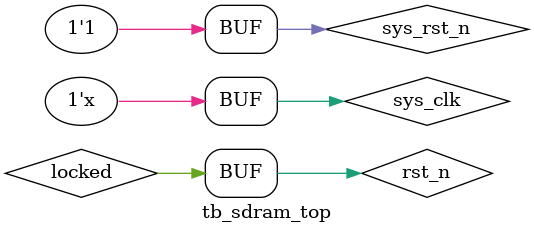
<source format=v>
`timescale 1ns/1ns

module  tb_sdram_top
();

reg             sys_clk         ;//100MHz, synchronize with sdram
reg             sys_rst_n       ;


reg             wr_fifo_wr_req  ;//from upper level for wr_fifo_wr_en
reg    [15:0]   wr_fifo_wr_data ;//from upper level
reg    [2:0]    wr_gen_cnt      ;
reg             wr_en           ;

reg             rd_fifo_rd_req  ;

reg             read_valid      ;

wire    [15:0]  rd_fifo_rd_data ;
wire    [9:0]   rd_fifo_num     ;

wire            sdram_clk       ;
wire            sdram_cke       ;
wire            sdram_cs_n      ;
wire            sdram_cas_n     ;
wire            sdram_ras_n     ;
wire            sdram_we_n      ;
wire    [1:0]   sdram_ba        ;
wire    [12:0]  sdram_addr      ;
wire    [1:0]   sdram_dqm       ;
wire    [15:0]  sdram_dq        ;


wire            locked      ;
wire            clk_50m     ;
wire            clk_100m    ;
wire            clk_100m_p  ;//phase shifted
wire            rst_n       ;

assign rst_n = (sys_rst_n & locked);

initial
    begin
        sys_clk = 1'b1;
        sys_rst_n <= 1'b0;
        #30
        sys_rst_n <= 1'b1;
    end

always#10 sys_clk = ~sys_clk;

always@(posedge clk_50m or negedge rst_n)
    if(rst_n == 1'b0)
        wr_gen_cnt <= 3'd0;
    else if(wr_en == 1'b1)
        wr_gen_cnt <= wr_gen_cnt + 1'b1;
    else
        wr_gen_cnt <= 3'd0;
        
always@(posedge clk_50m or negedge rst_n)
    if(rst_n == 1'b0)
        wr_fifo_wr_req <= 1'b0;
    else if(wr_gen_cnt == 3'd7)
        wr_fifo_wr_req <= 1'b1;
    else
        wr_fifo_wr_req <= 1'b0;

always@(posedge clk_50m or negedge rst_n)
    if(rst_n == 1'b0)
        wr_fifo_wr_data <= 16'd0;
    else if(wr_gen_cnt == 3'd7)
        wr_fifo_wr_data <= wr_fifo_wr_data + 1'b1;
    else
        wr_fifo_wr_data <= wr_fifo_wr_data;

always@(posedge clk_50m or negedge rst_n)
    if(rst_n == 1'b0)
        wr_en <= 1'b1;
    else if(wr_fifo_wr_data == 16'd10)
        wr_en <= 1'b0;
    else wr_en <= wr_en;

always@(posedge clk_50m or negedge rst_n)
    if(rst_n == 1'b0)
        rd_fifo_rd_req <= 1'b0;
    else if(wr_en == 1'b0 && rd_fifo_num == 10'd10)
        rd_fifo_rd_req <= 1'b1;
    else if(rd_fifo_num <= 10'd1)
        rd_fifo_rd_req <= 1'b0;

always@(posedge clk_50m or negedge rst_n)
    if(rst_n == 1'b0)
        read_valid <= 1'b1;
    else if(rd_fifo_num == 10'd10)
        read_valid <= 1'b0;
        

defparam    sdram_model_plus_inst.addr_bits = 13;
defparam    sdram_model_plus_inst.data_bits = 16;
defparam    sdram_model_plus_inst.col_bits  = 9 ;
defparam    sdram_model_plus_inst.mem_sizes = 2*1024*1024;
defparam    sdram_top_inst.sdram_ctrl_inst.sdram_aref_inst.T_AREF = 39;

sdram_top   sdram_top_inst
(
    .sys_clk         (clk_100m),//100MHz, synchronize with sdram
    .sys_rst_n       (rst_n),
    .clk_out         (clk_100m_p),//from clk_gen ip_cope, will using for sdram_clk out.
    //writting fifo
    .wr_fifo_wr_clk  (clk_50m),//50MHz
    .wr_fifo_wr_req  (wr_fifo_wr_req  ),//from upper level for wr_fifo_wr_en
    .wr_fifo_wr_data (wr_fifo_wr_data ),//from upper level
    .sdram_wr_b_addr (24'h000_000),//beginning address
    .sdram_wr_e_addr (24'h000_00a),//ending address
    .wr_burst_len    (10'd10),//burst length
    .wr_rst          (~rst_n),

    .rd_fifo_rd_clk  (clk_50m),//50MHz
    .rd_fifo_rd_req  (rd_fifo_rd_req),
    .sdram_rd_b_addr (24'h000_000),
    .sdram_rd_e_addr (24'h000_00a),
    .rd_burst_len    (10'd10),
    .rd_rst          (~rst_n),
    .read_valid      (read_valid),
    //fifo_ctrl out
    .rd_fifo_rd_data (rd_fifo_rd_data ),
    .rd_fifo_num     (rd_fifo_num     ),
    //sdram_ctrl out
    .sdram_clk       (sdram_clk   ),
    .sdram_cke       (sdram_cke   ),
    .sdram_cs_n      (sdram_cs_n  ),
    .sdram_cas_n     (sdram_cas_n ),
    .sdram_ras_n     (sdram_ras_n ),
    .sdram_we_n      (sdram_we_n  ),
    .sdram_ba        (sdram_ba    ),
    .sdram_addr      (sdram_addr  ),
    .sdram_dqm       (sdram_dqm   ),
    .sdram_dq        (sdram_dq    )
);

clk_gen clk_gen_inst 
(
    .areset ( ~sys_rst_n    ),
    .inclk0 ( sys_clk       ),
    .c0     ( clk_50m       ),
    .c1     ( clk_100m      ),
    .c2     ( clk_100m_p    ),
    .locked ( locked        )
    );

sdram_model_plus    sdram_model_plus_inst
(
    .Dq      (sdram_dq   ), 
    .Addr    (sdram_addr ), 
    .Ba      (sdram_ba   ), 
    .Clk     (sdram_clk  ), 
    .Cke     (sdram_cke  ), 
    .Cs_n    (sdram_cs_n ), 
    .Ras_n   (sdram_ras_n), 
    .Cas_n   (sdram_cas_n), 
    .We_n    (sdram_we_n ), 
    .Dqm     (sdram_dqm  ),
    .Debug   (1'b1       )
    );

endmodule
</source>
